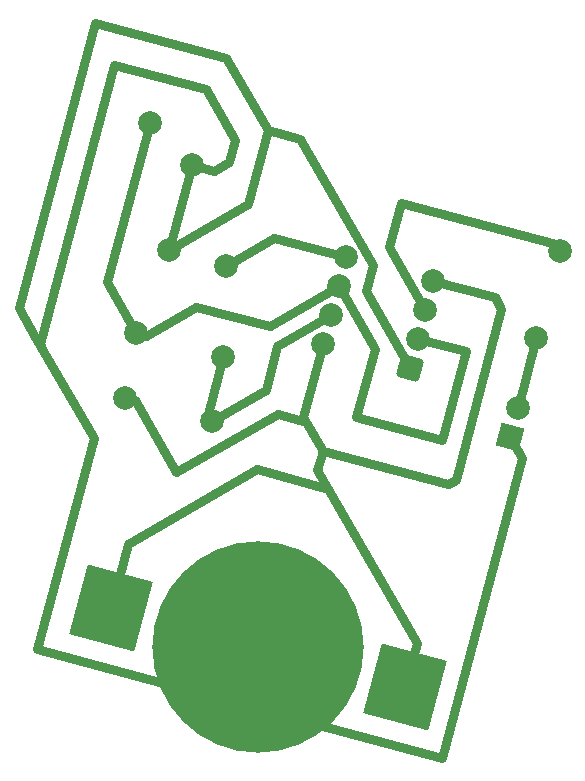
<source format=gbr>
%TF.GenerationSoftware,KiCad,Pcbnew,9.0.7*%
%TF.CreationDate,2026-02-09T18:39:48-05:00*%
%TF.ProjectId,555timerCES,35353574-696d-4657-9243-45532e6b6963,rev?*%
%TF.SameCoordinates,Original*%
%TF.FileFunction,Copper,L1,Top*%
%TF.FilePolarity,Positive*%
%FSLAX46Y46*%
G04 Gerber Fmt 4.6, Leading zero omitted, Abs format (unit mm)*
G04 Created by KiCad (PCBNEW 9.0.7) date 2026-02-09 18:39:48*
%MOMM*%
%LPD*%
G01*
G04 APERTURE LIST*
G04 Aperture macros list*
%AMRoundRect*
0 Rectangle with rounded corners*
0 $1 Rounding radius*
0 $2 $3 $4 $5 $6 $7 $8 $9 X,Y pos of 4 corners*
0 Add a 4 corners polygon primitive as box body*
4,1,4,$2,$3,$4,$5,$6,$7,$8,$9,$2,$3,0*
0 Add four circle primitives for the rounded corners*
1,1,$1+$1,$2,$3*
1,1,$1+$1,$4,$5*
1,1,$1+$1,$6,$7*
1,1,$1+$1,$8,$9*
0 Add four rect primitives between the rounded corners*
20,1,$1+$1,$2,$3,$4,$5,0*
20,1,$1+$1,$4,$5,$6,$7,0*
20,1,$1+$1,$6,$7,$8,$9,0*
20,1,$1+$1,$8,$9,$2,$3,0*%
%AMRotRect*
0 Rectangle, with rotation*
0 The origin of the aperture is its center*
0 $1 length*
0 $2 width*
0 $3 Rotation angle, in degrees counterclockwise*
0 Add horizontal line*
21,1,$1,$2,0,0,$3*%
G04 Aperture macros list end*
%TA.AperFunction,ComponentPad*%
%ADD10C,2.000000*%
%TD*%
%TA.AperFunction,ComponentPad*%
%ADD11RotRect,2.000000X2.000000X75.000000*%
%TD*%
%TA.AperFunction,ComponentPad*%
%ADD12RoundRect,0.312500X0.842012X0.486136X-0.486136X0.842012X-0.842012X-0.486136X0.486136X-0.842012X0*%
%TD*%
%TA.AperFunction,SMDPad,CuDef*%
%ADD13RotRect,5.700000X6.100000X345.000000*%
%TD*%
%TA.AperFunction,SMDPad,CuDef*%
%ADD14C,17.900000*%
%TD*%
%TA.AperFunction,Conductor*%
%ADD15C,0.800000*%
%TD*%
G04 APERTURE END LIST*
D10*
%TO.P,C2,2*%
%TO.N,GND*%
X119503098Y-74757366D03*
%TO.P,C2,1*%
%TO.N,Net-(U1-CV)*%
X124332727Y-76051461D03*
%TD*%
%TO.P,R1,1*%
%TO.N,+3V0*%
X115839012Y-87234167D03*
%TO.P,R1,2*%
%TO.N,Net-(U1-DIS)*%
X123199367Y-89206368D03*
%TD*%
%TO.P,R2,1*%
%TO.N,Net-(U1-DIS)*%
X124139908Y-83764366D03*
%TO.P,R2,2*%
%TO.N,Net-(U1-THR)*%
X116779553Y-81792165D03*
%TD*%
%TO.P,C1,1*%
%TO.N,GND*%
X121444239Y-67512922D03*
%TO.P,C1,2*%
%TO.N,Net-(U1-THR)*%
X117908705Y-63977388D03*
%TD*%
%TO.P,D1,2,A*%
%TO.N,Net-(D1-A)*%
X149059100Y-88091367D03*
D11*
%TO.P,D1,1,K*%
%TO.N,GND*%
X148401698Y-90544819D03*
%TD*%
D10*
%TO.P,U1,8,VCC*%
%TO.N,+3V0*%
X132572207Y-82721263D03*
%TO.P,U1,7,DIS*%
%TO.N,Net-(U1-DIS)*%
X133229607Y-80267812D03*
%TO.P,U1,6,THR*%
%TO.N,Net-(U1-THR)*%
X133887005Y-77814363D03*
%TO.P,U1,5,CV*%
%TO.N,Net-(U1-CV)*%
X134544408Y-75360908D03*
%TO.P,U1,4,R*%
%TO.N,+3V0*%
X141904763Y-77333109D03*
%TO.P,U1,3,Q*%
%TO.N,Net-(U1-Q)*%
X141247363Y-79786561D03*
%TO.P,U1,2,TR*%
%TO.N,Net-(U1-THR)*%
X140589962Y-82240009D03*
D12*
%TO.P,U1,1,GND*%
%TO.N,GND*%
X139932562Y-84693464D03*
%TD*%
D13*
%TO.P,BT2,P2*%
%TO.N,+3V0*%
X139524371Y-111697973D03*
%TO.P,BT2,P1*%
X114603487Y-105020441D03*
D14*
%TO.P,BT2,N*%
%TO.N,GND*%
X127063929Y-108359207D03*
%TD*%
D10*
%TO.P,R3,2*%
%TO.N,Net-(U1-Q)*%
X152612685Y-74829206D03*
%TO.P,R3,1*%
%TO.N,Net-(D1-A)*%
X150640484Y-82189561D03*
%TD*%
D15*
%TO.N,GND*%
X125899243Y-112705873D02*
X126252797Y-113318247D01*
X125286870Y-113059428D02*
X125899243Y-112705873D01*
X108383169Y-108530095D02*
X125286870Y-113059428D01*
X108221573Y-82087253D02*
X113171320Y-90660467D01*
X142673537Y-117718170D02*
X149462359Y-92381938D01*
X126252797Y-113318247D02*
X142673537Y-117718170D01*
X149462359Y-92381938D02*
X148401698Y-90544819D01*
X113171320Y-90660467D02*
X108383169Y-108530095D01*
%TO.N,Net-(U1-THR)*%
X133887006Y-77814364D02*
X136938172Y-83099138D01*
X135396906Y-88851223D02*
X142641350Y-90792365D01*
X144642021Y-83325756D02*
X140589963Y-82240010D01*
X136938172Y-83099138D02*
X135396906Y-88851223D01*
X142641350Y-90792365D02*
X144642021Y-83325756D01*
%TO.N,Net-(D1-A)*%
X150640484Y-82189561D02*
X149059099Y-88091365D01*
%TO.N,GND*%
X122643600Y-61104994D02*
X114916195Y-59034442D01*
X108575127Y-82699624D02*
X108751903Y-83005810D01*
X108751903Y-83005810D02*
X108221573Y-82087253D01*
X123376090Y-68030560D02*
X124600836Y-67323452D01*
X114916195Y-59034442D02*
X108575127Y-82699624D01*
X125118475Y-65391601D02*
X122643600Y-61104994D01*
X121444239Y-67512922D02*
X123376090Y-68030560D01*
%TO.N,+3V0*%
X114603486Y-105020442D02*
X116052874Y-99611257D01*
%TO.N,GND*%
X124600836Y-67323452D02*
X125118475Y-65391601D01*
%TO.N,Net-(U1-Q)*%
X139219133Y-70722776D02*
X138203268Y-74514034D01*
X152259131Y-74216833D02*
X139219133Y-70722776D01*
X138203268Y-74514034D02*
X141247363Y-79786562D01*
X152612684Y-74829206D02*
X152259131Y-74216833D01*
%TO.N,+3V0*%
X132990138Y-94935626D02*
X140520825Y-107979158D01*
X126953103Y-93318006D02*
X132990138Y-94935626D01*
X140520825Y-107979158D02*
X139524372Y-111697973D01*
X116052874Y-99611257D02*
X126953103Y-93318006D01*
%TO.N,GND*%
X121444239Y-67512922D02*
X119503098Y-74757366D01*
%TO.N,Net-(U1-DIS)*%
X127718675Y-86597144D02*
X128716423Y-82873502D01*
X123199366Y-89206370D02*
X127718675Y-86597144D01*
X128716423Y-82873502D02*
X133229608Y-80267812D01*
%TO.N,GND*%
X126239193Y-70868278D02*
X127921517Y-64589761D01*
%TO.N,+3V0*%
X130922236Y-88879041D02*
X132559187Y-91714324D01*
X132559187Y-91714324D02*
X143184373Y-94561334D01*
X128730159Y-88617788D02*
X131144974Y-89264835D01*
X130922236Y-88879041D02*
X132572207Y-82721263D01*
X143184373Y-94561334D02*
X143796746Y-94207780D01*
X116621411Y-87443811D02*
X120156946Y-93567534D01*
X131144974Y-89264835D02*
X130922236Y-88879041D01*
X115839012Y-87234167D02*
X116621411Y-87443811D01*
X120156946Y-93567534D02*
X128730159Y-88617788D01*
X147106274Y-78726852D02*
X141904765Y-77333110D01*
X147679030Y-79718893D02*
X147106274Y-78726852D01*
X143796746Y-94207780D02*
X147679030Y-79718893D01*
%TO.N,GND*%
X119503098Y-74757366D02*
X126239193Y-70868278D01*
%TO.N,Net-(U1-DIS)*%
X124139908Y-83764366D02*
X122845812Y-88593996D01*
X122845812Y-88593996D02*
X123199366Y-89206370D01*
%TO.N,GND*%
X127921517Y-64589761D02*
X124385983Y-58466035D01*
X106807361Y-79637763D02*
X108221573Y-82087253D01*
X124385983Y-58466035D02*
X113277837Y-55489616D01*
X113277837Y-55489616D02*
X106807361Y-79637763D01*
%TO.N,+3V0*%
X132559187Y-91714324D02*
X132106256Y-93404694D01*
X132106256Y-93404694D02*
X132990138Y-94935626D01*
%TO.N,Net-(U1-CV)*%
X124332727Y-76051461D02*
X128386631Y-73710938D01*
X128386631Y-73710938D02*
X134544409Y-75360909D01*
%TO.N,Net-(U1-THR)*%
X116779553Y-81792165D02*
X117561955Y-82001809D01*
X114290449Y-77480908D02*
X116779553Y-81792165D01*
X121848561Y-79526936D02*
X128044978Y-81187260D01*
X128044978Y-81187260D02*
X133887006Y-77814364D01*
X117908706Y-63977388D02*
X114290449Y-77480908D01*
%TO.N,GND*%
X136766660Y-76007961D02*
X130586657Y-65303882D01*
X136180654Y-78194968D02*
X136766660Y-76007961D01*
X130586657Y-65303882D02*
X127921517Y-64589761D01*
X139932562Y-84693464D02*
X136180654Y-78194968D01*
%TO.N,Net-(U1-THR)*%
X117561955Y-82001809D02*
X121848561Y-79526936D01*
%TD*%
M02*

</source>
